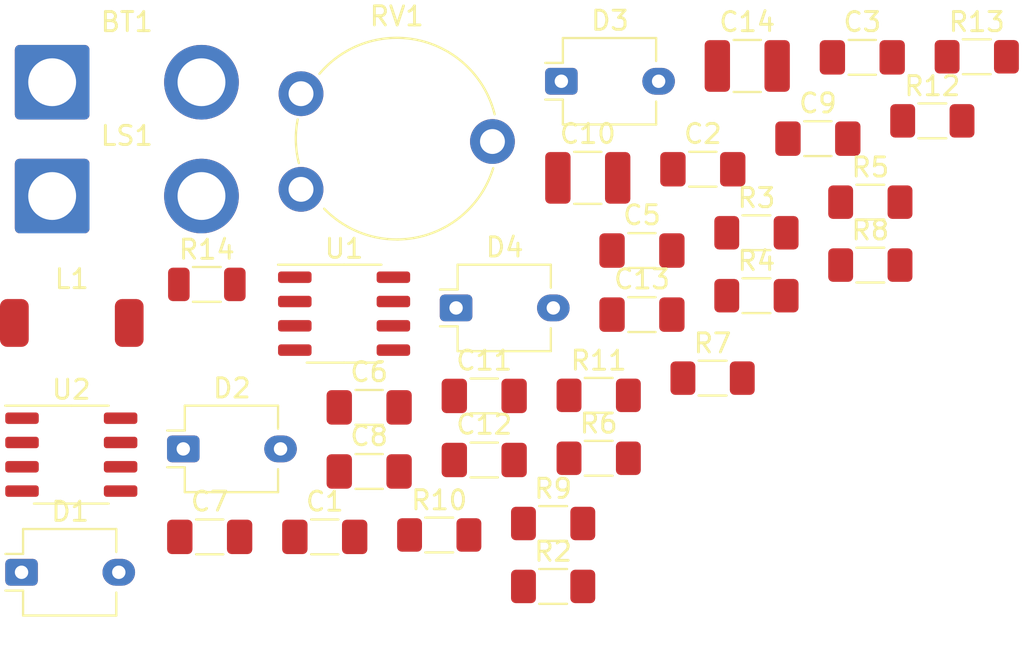
<source format=kicad_pcb>
(kicad_pcb (version 20211014) (generator pcbnew)
  (layers (0 "F.Cu" signal) (31 "B.Cu" signal) (34 "B.Paste" user) (35 "F.Paste" user) (36 "B.SilkS" user "B.Silkscreen") (37 "F.SilkS" user "F.Silkscreen") (38 "B.Mask" user) (39 "F.Mask" user) (44 "Edge.Cuts" user))
  (net 0 "")
  (net 1 "VCC")
  (net 2 "GND")
  (net 3 "Net-(C1-Pad1)")
  (net 4 "Net-(C2-Pad1)")
  (net 5 "Net-(C2-Pad2)")
  (net 6 "Net-(C3-Pad2)")
  (net 7 "Net-(C6-Pad2)")
  (net 8 "Net-(C7-Pad1)")
  (net 9 "Net-(C8-Pad1)")
  (net 10 "Net-(C8-Pad2)")
  (net 11 "Net-(C9-Pad1)")
  (net 12 "Net-(C11-Pad1)")
  (net 13 "Net-(C11-Pad2)")
  (net 14 "Net-(C12-Pad1)")
  (net 15 "Net-(C12-Pad2)")
  (net 16 "Net-(R10-Pad2)")
  (net 17 "Net-(R11-Pad1)")
  (net 18 "Net-(R12-Pad1)")
  (net 19 "Net-(R12-Pad2)")
  (net 20 "Net-(R13-Pad2)")
  (net 21 "Net-(R14-Pad1)")
  (footprint "Resistor_SMD:R_1206_3216Metric_Pad1.30x1.75mm_HandSolder" (layer "F.Cu") (at 219.59 47.26)
    (fp_text reference "R7" (at 0 -1.82) (layer "F.SilkS"))
    (fp_text value "10k")
    (fp_line (start -0.727064 -0.91) (end 0.727064 -0.91) (layer "F.SilkS") (width 0.12))
    (fp_line (start -0.727064 0.91) (end 0.727064 0.91) (layer "F.SilkS") (width 0.12))
    (pad "1" smd roundrect (at -1.55 0) (size 1.3 1.75) (layers "F.Cu" "F.Paste" "F.Mask") (roundrect_rratio 0.192308) (net 8 "Net-(C7-Pad1)"))
    (pad "2" smd roundrect (at 1.55 0) (size 1.3 1.75) (layers "F.Cu" "F.Paste" "F.Mask") (roundrect_rratio 0.192308) (net 2 "GND"))
  )
  (footprint "Capacitor_SMD:C_1206_3216Metric_Pad1.33x1.80mm_HandSolder" (layer "F.Cu") (at 199.33 55.56)
    (fp_text reference "C1" (at 0 -1.85) (layer "F.SilkS"))
    (fp_text value "100n")
    (fp_line (start -0.711252 0.91) (end 0.711252 0.91) (layer "F.SilkS") (width 0.12))
    (fp_line (start -0.711252 -0.91) (end 0.711252 -0.91) (layer "F.SilkS") (width 0.12))
    (pad "1" smd roundrect (at -1.5625 0) (size 1.325 1.8) (layers "F.Cu" "F.Paste" "F.Mask") (roundrect_rratio 0.188679) (net 3 "Net-(C1-Pad1)"))
    (pad "2" smd roundrect (at 1.5625 0) (size 1.325 1.8) (layers "F.Cu" "F.Paste" "F.Mask") (roundrect_rratio 0.188679) (net 2 "GND"))
  )
  (footprint "Resistor_SMD:R_1206_3216Metric_Pad1.30x1.75mm_HandSolder" (layer "F.Cu") (at 211.26 58.15)
    (fp_text reference "R2" (at 0 -1.82) (layer "F.SilkS"))
    (fp_text value "15k")
    (fp_line (start -0.727064 -0.91) (end 0.727064 -0.91) (layer "F.SilkS") (width 0.12))
    (fp_line (start -0.727064 0.91) (end 0.727064 0.91) (layer "F.SilkS") (width 0.12))
    (pad "1" smd roundrect (at -1.55 0) (size 1.3 1.75) (layers "F.Cu" "F.Paste" "F.Mask") (roundrect_rratio 0.192308) (net 3 "Net-(C1-Pad1)"))
    (pad "2" smd roundrect (at 1.55 0) (size 1.3 1.75) (layers "F.Cu" "F.Paste" "F.Mask") (roundrect_rratio 0.192308) (net 2 "GND"))
  )
  (footprint "Capacitor_SMD:C_1206_3216Metric_Pad1.33x1.80mm_HandSolder" (layer "F.Cu") (at 227.41 30.49)
    (fp_text reference "C3" (at 0 -1.85) (layer "F.SilkS"))
    (fp_text value "10p")
    (fp_line (start -0.711252 -0.91) (end 0.711252 -0.91) (layer "F.SilkS") (width 0.12))
    (fp_line (start -0.711252 0.91) (end 0.711252 0.91) (layer "F.SilkS") (width 0.12))
    (pad "1" smd roundrect (at -1.5625 0) (size 1.325 1.8) (layers "F.Cu" "F.Paste" "F.Mask") (roundrect_rratio 0.188679) (net 5 "Net-(C2-Pad2)"))
    (pad "2" smd roundrect (at 1.5625 0) (size 1.325 1.8) (layers "F.Cu" "F.Paste" "F.Mask") (roundrect_rratio 0.188679) (net 6 "Net-(C3-Pad2)"))
  )
  (footprint "Resistor_SMD:R_1206_3216Metric_Pad1.30x1.75mm_HandSolder" (layer "F.Cu") (at 231.07 33.81)
    (fp_text reference "R12" (at 0 -1.82) (layer "F.SilkS"))
    (fp_text value "1k")
    (fp_line (start -0.727064 -0.91) (end 0.727064 -0.91) (layer "F.SilkS") (width 0.12))
    (fp_line (start -0.727064 0.91) (end 0.727064 0.91) (layer "F.SilkS") (width 0.12))
    (pad "1" smd roundrect (at -1.55 0) (size 1.3 1.75) (layers "F.Cu" "F.Paste" "F.Mask") (roundrect_rratio 0.192308) (net 18 "Net-(R12-Pad1)"))
    (pad "2" smd roundrect (at 1.55 0) (size 1.3 1.75) (layers "F.Cu" "F.Paste" "F.Mask") (roundrect_rratio 0.192308) (net 19 "Net-(R12-Pad2)"))
  )
  (footprint "Capacitor_SMD:C_1206_3216Metric_Pad1.33x1.80mm_HandSolder" (layer "F.Cu") (at 207.66 48.19)
    (fp_text reference "C11" (at 0 -1.85) (layer "F.SilkS"))
    (fp_text value "100n")
    (fp_line (start -0.711252 -0.91) (end 0.711252 -0.91) (layer "F.SilkS") (width 0.12))
    (fp_line (start -0.711252 0.91) (end 0.711252 0.91) (layer "F.SilkS") (width 0.12))
    (pad "1" smd roundrect (at -1.5625 0) (size 1.325 1.8) (layers "F.Cu" "F.Paste" "F.Mask") (roundrect_rratio 0.188679) (net 12 "Net-(C11-Pad1)"))
    (pad "2" smd roundrect (at 1.5625 0) (size 1.325 1.8) (layers "F.Cu" "F.Paste" "F.Mask") (roundrect_rratio 0.188679) (net 13 "Net-(C11-Pad2)"))
  )
  (footprint "OptoDevice:Osram_DIL2_4.3x4.65mm_P5.08mm" (layer "F.Cu") (at 183.49 57.41)
    (fp_text reference "D1" (at 2.54 -3.17) (layer "F.SilkS"))
    (fp_text value "BPW34")
    (fp_line (start 4.95 2.26) (end 0.08 2.26) (layer "F.SilkS") (width 0.12))
    (fp_line (start 0.08 0.96) (end 0.08 2.26) (layer "F.SilkS") (width 0.12))
    (fp_line (start 4.95 -2.26) (end 4.95 -1.06) (layer "F.SilkS") (width 0.12))
    (fp_line (start 4.95 1.06) (end 4.95 2.26) (layer "F.SilkS") (width 0.12))
    (fp_line (start 0.08 -0.96) (end -0.84 -0.96) (layer "F.SilkS") (width 0.12))
    (fp_line (start 0.08 -2.26) (end 0.08 -0.96) (layer "F.SilkS") (width 0.12))
    (fp_line (start 0.08 0.96) (end -0.84 0.96) (layer "F.SilkS") (width 0.12))
    (fp_line (start 0.08 -2.26) (end 4.95 -2.26) (layer "F.SilkS") (width 0.12))
    (pad "1" thru_hole roundrect (at 0 0) (size 1.7 1.4) (drill 0.7) (layers *.Cu *.Mask) (roundrect_rratio 0.178) (net 4 "Net-(C2-Pad1)"))
    (pad "2" thru_hole oval (at 5.08 0) (size 1.7 1.4) (drill 0.7) (layers *.Cu *.Mask) (net 2 "GND"))
  )
  (footprint "Resistor_SMD:R_1206_3216Metric_Pad1.30x1.75mm_HandSolder" (layer "F.Cu") (at 227.83 38.06)
    (fp_text reference "R5" (at 0 -1.82) (layer "F.SilkS"))
    (fp_text value "1k")
    (fp_line (start -0.727064 0.91) (end 0.727064 0.91) (layer "F.SilkS") (width 0.12))
    (fp_line (start -0.727064 -0.91) (end 0.727064 -0.91) (layer "F.SilkS") (width 0.12))
    (pad "1" smd roundrect (at -1.55 0) (size 1.3 1.75) (layers "F.Cu" "F.Paste" "F.Mask") (roundrect_rratio 0.192308) (net 7 "Net-(C6-Pad2)"))
    (pad "2" smd roundrect (at 1.55 0) (size 1.3 1.75) (layers "F.Cu" "F.Paste" "F.Mask") (roundrect_rratio 0.192308) (net 9 "Net-(C8-Pad1)"))
  )
  (footprint "Capacitor_SMD:C_1206_3216Metric_Pad1.33x1.80mm_HandSolder" (layer "F.Cu") (at 219.08 36.34)
    (fp_text reference "C2" (at 0 -1.85) (layer "F.SilkS"))
    (fp_text value "10p")
    (fp_line (start -0.711252 0.91) (end 0.711252 0.91) (layer "F.SilkS") (width 0.12))
    (fp_line (start -0.711252 -0.91) (end 0.711252 -0.91) (layer "F.SilkS") (width 0.12))
    (pad "1" smd roundrect (at -1.5625 0) (size 1.325 1.8) (layers "F.Cu" "F.Paste" "F.Mask") (roundrect_rratio 0.188679) (net 4 "Net-(C2-Pad1)"))
    (pad "2" smd roundrect (at 1.5625 0) (size 1.325 1.8) (layers "F.Cu" "F.Paste" "F.Mask") (roundrect_rratio 0.188679) (net 5 "Net-(C2-Pad2)"))
  )
  (footprint "Resistor_SMD:R_1206_3216Metric_Pad1.30x1.75mm_HandSolder" (layer "F.Cu") (at 213.64 51.45)
    (fp_text reference "R6" (at 0 -1.82) (layer "F.SilkS"))
    (fp_text value "10k")
    (fp_line (start -0.727064 0.91) (end 0.727064 0.91) (layer "F.SilkS") (width 0.12))
    (fp_line (start -0.727064 -0.91) (end 0.727064 -0.91) (layer "F.SilkS") (width 0.12))
    (pad "1" smd roundrect (at -1.55 0) (size 1.3 1.75) (layers "F.Cu" "F.Paste" "F.Mask") (roundrect_rratio 0.192308) (net 11 "Net-(C9-Pad1)"))
    (pad "2" smd roundrect (at 1.55 0) (size 1.3 1.75) (layers "F.Cu" "F.Paste" "F.Mask") (roundrect_rratio 0.192308) (net 8 "Net-(C7-Pad1)"))
  )
  (footprint "Capacitor_SMD:C_1210_3225Metric_Pad1.33x2.70mm_HandSolder" (layer "F.Cu") (at 213.07 36.79)
    (fp_text reference "C10" (at 0 -2.3) (layer "F.SilkS"))
    (fp_text value "47u")
    (fp_line (start -0.711252 1.36) (end 0.711252 1.36) (layer "F.SilkS") (width 0.12))
    (fp_line (start -0.711252 -1.36) (end 0.711252 -1.36) (layer "F.SilkS") (width 0.12))
    (pad "1" smd roundrect (at -1.5625 0) (size 1.325 2.7) (layers "F.Cu" "F.Paste" "F.Mask") (roundrect_rratio 0.188679) (net 11 "Net-(C9-Pad1)"))
    (pad "2" smd roundrect (at 1.5625 0) (size 1.325 2.7) (layers "F.Cu" "F.Paste" "F.Mask") (roundrect_rratio 0.188679) (net 2 "GND"))
  )
  (footprint "OptoDevice:Osram_DIL2_4.3x4.65mm_P5.08mm" (layer "F.Cu") (at 206.19 43.59)
    (fp_text reference "D4" (at 2.54 -3.17) (layer "F.SilkS"))
    (fp_text value "BPW34")
    (fp_line (start 0.08 -2.26) (end 0.08 -0.96) (layer "F.SilkS") (width 0.12))
    (fp_line (start 4.95 2.26) (end 0.08 2.26) (layer "F.SilkS") (width 0.12))
    (fp_line (start 0.08 -2.26) (end 4.95 -2.26) (layer "F.SilkS") (width 0.12))
    (fp_line (start 0.08 -0.96) (end -0.84 -0.96) (layer "F.SilkS") (width 0.12))
    (fp_line (start 4.95 1.06) (end 4.95 2.26) (layer "F.SilkS") (width 0.12))
    (fp_line (start 4.95 -2.26) (end 4.95 -1.06) (layer "F.SilkS") (width 0.12))
    (fp_line (start 0.08 0.96) (end 0.08 2.26) (layer "F.SilkS") (width 0.12))
    (fp_line (start 0.08 0.96) (end -0.84 0.96) (layer "F.SilkS") (width 0.12))
    (pad "1" thru_hole roundrect (at 0 0) (size 1.7 1.4) (drill 0.7) (layers *.Cu *.Mask) (roundrect_rratio 0.178) (net 4 "Net-(C2-Pad1)"))
    (pad "2" thru_hole oval (at 5.08 0) (size 1.7 1.4) (drill 0.7) (layers *.Cu *.Mask) (net 2 "GND"))
  )
  (footprint "Connector_Wire:SolderWire-2sqmm_1x02_P7.8mm_D2mm_OD3.9mm" (layer "F.Cu") (at 185.09 37.74)
    (fp_text reference "LS1" (at 3.9 -3.15) (layer "F.SilkS"))
    (fp_text value "Speaker")
    (pad "1" thru_hole roundrect (at 0 0) (size 3.9 3.9) (drill 2.5) (layers *.Cu *.Mask) (roundrect_rratio 0.064103) (net 15 "Net-(C12-Pad2)"))
    (pad "2" thru_hole circle (at 7.8 0) (size 3.9 3.9) (drill 2.5) (layers *.Cu *.Mask) (net 2 "GND"))
  )
  (footprint "Capacitor_SMD:C_1206_3216Metric_Pad1.33x1.80mm_HandSolder" (layer "F.Cu") (at 201.65 48.79)
    (fp_text reference "C6" (at 0 -1.85) (layer "F.SilkS"))
    (fp_text value "100n")
    (fp_line (start -0.711252 0.91) (end 0.711252 0.91) (layer "F.SilkS") (width 0.12))
    (fp_line (start -0.711252 -0.91) (end 0.711252 -0.91) (layer "F.SilkS") (width 0.12))
    (pad "1" smd roundrect (at -1.5625 0) (size 1.325 1.8) (layers "F.Cu" "F.Paste" "F.Mask") (roundrect_rratio 0.188679) (net 6 "Net-(C3-Pad2)"))
    (pad "2" smd roundrect (at 1.5625 0) (size 1.325 1.8) (layers "F.Cu" "F.Paste" "F.Mask") (roundrect_rratio 0.188679) (net 7 "Net-(C6-Pad2)"))
  )
  (footprint "OptoDevice:Osram_DIL2_4.3x4.65mm_P5.08mm" (layer "F.Cu") (at 211.69 31.74)
    (fp_text reference "D3" (at 2.54 -3.17) (layer "F.SilkS"))
    (fp_text value "BPW34")
    (fp_line (start 0.08 0.96) (end -0.84 0.96) (layer "F.SilkS") (width 0.12))
    (fp_line (start 0.08 0.96) (end 0.08 2.26) (layer "F.SilkS") (width 0.12))
    (fp_line (start 4.95 -2.26) (end 4.95 -1.06) (layer "F.SilkS") (width 0.12))
    (fp_line (start 0.08 -2.26) (end 4.95 -2.26) (layer "F.SilkS") (width 0.12))
    (fp_line (start 4.95 2.26) (end 0.08 2.26) (layer "F.SilkS") (width 0.12))
    (fp_line (start 4.95 1.06) (end 4.95 2.26) (layer "F.SilkS") (width 0.12))
    (fp_line (start 0.08 -0.96) (end -0.84 -0.96) (layer "F.SilkS") (width 0.12))
    (fp_line (start 0.08 -2.26) (end 0.08 -0.96) (layer "F.SilkS") (width 0.12))
    (pad "1" thru_hole roundrect (at 0 0) (size 1.7 1.4) (drill 0.7) (layers *.Cu *.Mask) (roundrect_rratio 0.178) (net 4 "Net-(C2-Pad1)"))
    (pad "2" thru_hole oval (at 5.08 0) (size 1.7 1.4) (drill 0.7) (layers *.Cu *.Mask) (net 2 "GND"))
  )
  (footprint "Connector_Wire:SolderWire-2sqmm_1x02_P7.8mm_D2mm_OD3.9mm" (layer "F.Cu") (at 185.09 31.79)
    (fp_text reference "BT1" (at 3.9 -3.15) (layer "F.SilkS"))
    (fp_text value "Battery")
    (pad "1" thru_hole roundrect (at 0 0) (size 3.9 3.9) (drill 2.5) (layers *.Cu *.Mask) (roundrect_rratio 0.064103) (net 1 "VCC"))
    (pad "2" thru_hole circle (at 7.8 0) (size 3.9 3.9) (drill 2.5) (layers *.Cu *.Mask) (net 2 "GND"))
  )
  (footprint "Package_SO:SO-8_3.9x4.9mm_P1.27mm" (layer "F.Cu") (at 200.34 43.89)
    (fp_text reference "U1" (at 0 -3.4) (layer "F.SilkS"))
    (fp_text value "TL072")
    (fp_line (start 0 2.56) (end 1.95 2.56) (layer "F.SilkS") (width 0.12))
    (fp_line (start 0 2.56) (end -1.95 2.56) (layer "F.SilkS") (width 0.12))
    (fp_line (start 0 -2.56) (end -3.45 -2.56) (layer "F.SilkS") (width 0.12))
    (fp_line (start 0 -2.56) (end 1.95 -2.56) (layer "F.SilkS") (width 0.12))
    (pad "1" smd roundrect (at -2.575 -1.905) (size 1.75 0.6) (layers "F.Cu" "F.Paste" "F.Mask") (net 6 "Net-(C3-Pad2)"))
    (pad "2" smd roundrect (at -2.575 -0.635) (size 1.75 0.6) (layers "F.Cu" "F.Paste" "F.Mask") (net 4 "Net-(C2-Pad1)"))
    (pad "3" smd roundrect (at -2.575 0.635) (size 1.75 0.6) (layers "F.Cu" "F.Paste" "F.Mask") (net 3 "Net-(C1-Pad1)"))
    (pad "4" smd roundrect (at -2.575 1.905) (size 1.75 0.6) (layers "F.Cu" "F.Paste" "F.Mask") (net 2 "GND"))
    (pad "5" smd roundrect (at 2.575 1.905) (size 1.75 0.6) (layers "F.Cu" "F.Paste" "F.Mask") (net 8 "Net-(C7-Pad1)"))
    (pad "6" smd roundrect (at 2.575 0.635) (size 1.75 0.6) (layers "F.Cu" "F.Paste" "F.Mask") (net 9 "Net-(C8-Pad1)"))
    (pad "7" smd roundrect (at 2.575 -0.635) (size 1.75 0.6) (layers "F.Cu" "F.Paste" "F.Mask") (net 10 "Net-(C8-Pad2)"))
    (pad "8" smd roundrect (at 2.575 -1.905) (size 1.75 0.6) (layers "F.Cu" "F.Paste" "F.Mask") (net 11 "Net-(C9-Pad1)"))
  )
  (footprint "Resistor_SMD:R_1206_3216Metric_Pad1.30x1.75mm_HandSolder" (layer "F.Cu") (at 227.83 41.35)
    (fp_text reference "R8" (at 0 -1.82) (layer "F.SilkS"))
    (fp_text value "100k")
    (fp_line (start -0.727064 0.91) (end 0.727064 0.91) (layer "F.SilkS") (width 0.12))
    (fp_line (start -0.727064 -0.91) (end 0.727064 -0.91) (layer "F.SilkS") (width 0.12))
    (pad "1" smd roundrect (at -1.55 0) (size 1.3 1.75) (layers "F.Cu" "F.Paste" "F.Mask") (roundrect_rratio 0.192308) (net 9 "Net-(C8-Pad1)"))
    (pad "2" smd roundrect (at 1.55 0) (size 1.3 1.75) (layers "F.Cu" "F.Paste" "F.Mask") (roundrect_rratio 0.192308) (net 10 "Net-(C8-Pad2)"))
  )
  (footprint "Resistor_SMD:R_1206_3216Metric_Pad1.30x1.75mm_HandSolder" (layer "F.Cu") (at 221.88 42.95)
    (fp_text reference "R4" (at 0 -1.82) (layer "F.SilkS"))
    (fp_text value "10M")
    (fp_line (start -0.727064 0.91) (end 0.727064 0.91) (layer "F.SilkS") (width 0.12))
    (fp_line (start -0.727064 -0.91) (end 0.727064 -0.91) (layer "F.SilkS") (width 0.12))
    (pad "1" smd roundrect (at -1.55 0) (size 1.3 1.75) (layers "F.Cu" "F.Paste" "F.Mask") (roundrect_rratio 0.192308) (net 4 "Net-(C2-Pad1)"))
    (pad "2" smd roundrect (at 1.55 0) (size 1.3 1.75) (layers "F.Cu" "F.Paste" "F.Mask") (roundrect_rratio 0.192308) (net 6 "Net-(C3-Pad2)"))
  )
  (footprint "Capacitor_SMD:C_1206_3216Metric_Pad1.33x1.80mm_HandSolder" (layer "F.Cu") (at 207.66 51.54)
    (fp_text reference "C12" (at 0 -1.85) (layer "F.SilkS"))
    (fp_text value "100n")
    (fp_line (start -0.711252 -0.91) (end 0.711252 -0.91) (layer "F.SilkS") (width 0.12))
    (fp_line (start -0.711252 0.91) (end 0.711252 0.91) (layer "F.SilkS") (width 0.12))
    (pad "1" smd roundrect (at -1.5625 0) (size 1.325 1.8) (layers "F.Cu" "F.Paste" "F.Mask") (roundrect_rratio 0.188679) (net 14 "Net-(C12-Pad1)"))
    (pad "2" smd roundrect (at 1.5625 0) (size 1.325 1.8) (layers "F.Cu" "F.Paste" "F.Mask") (roundrect_rratio 0.188679) (net 15 "Net-(C12-Pad2)"))
  )
  (footprint "Resistor_SMD:R_1206_3216Metric_Pad1.30x1.75mm_HandSolder" (layer "F.Cu") (at 233.39 30.46)
    (fp_text reference "R13" (at 0 -1.82) (layer "F.SilkS"))
    (fp_text value "1k")
    (fp_line (start -0.727064 0.91) (end 0.727064 0.91) (layer "F.SilkS") (width 0.12))
    (fp_line (start -0.727064 -0.91) (end 0.727064 -0.91) (layer "F.SilkS") (width 0.12))
    (pad "1" smd roundrect (at -1.55 0) (size 1.3 1.75) (layers "F.Cu" "F.Paste" "F.Mask") (roundrect_rratio 0.192308) (net 13 "Net-(C11-Pad2)"))
    (pad "2" smd roundrect (at 1.55 0) (size 1.3 1.75) (layers "F.Cu" "F.Paste" "F.Mask") (roundrect_rratio 0.192308) (net 20 "Net-(R13-Pad2)"))
  )
  (footprint "Capacitor_SMD:C_1206_3216Metric_Pad1.33x1.80mm_HandSolder" (layer "F.Cu") (at 215.9 43.94)
    (fp_text reference "C13" (at 0 -1.85) (layer "F.SilkS"))
    (fp_text value "100n")
    (fp_line (start -0.711252 0.91) (end 0.711252 0.91) (layer "F.SilkS") (width 0.12))
    (fp_line (start -0.711252 -0.91) (end 0.711252 -0.91) (layer "F.SilkS") (width 0.12))
    (pad "1" smd roundrect (at -1.5625 0) (size 1.325 1.8) (layers "F.Cu" "F.Paste" "F.Mask") (roundrect_rratio 0.188679) (net 1 "VCC"))
    (pad "2" smd roundrect (at 1.5625 0) (size 1.325 1.8) (layers "F.Cu" "F.Paste" "F.Mask") (roundrect_rratio 0.188679) (net 2 "GND"))
  )
  (footprint "Potentiometer_THT:Potentiometer_Piher_PT-10-V10_Vertical" (layer "F.Cu") (at 198.09 37.39)
    (fp_text reference "RV1" (at 5 -9.05) (layer "F.SilkS"))
    (fp_text value "5k")
    (fp_arc (start 5.09203 2.619358) (mid 2.983245 2.219015) (end 1.209 1.011) (layer "F.SilkS") (width 0.12))
    (fp_arc (start -0.11439 -1.375119) (mid -0.269093 -2.512295) (end -0.174 -3.656) (layer "F.SilkS") (width 0.12))
    (fp_arc (start 10.039726 -1.109201) (mid 8.134716 1.586326) (end 5 2.62) (layer "F.SilkS") (width 0.12))
    (fp_arc (start 0.963379 -6.038474) (mid 6.186565 -7.784991) (end 10.114 -3.924) (layer "F.SilkS") (width 0.12))
    (pad "1" thru_hole circle (at 0 0) (size 2.34 2.34) (drill 1.3) (layers *.Cu *.Mask) (net 16 "Net-(R10-Pad2)"))
    (pad "2" thru_hole circle (at 10 -2.5) (size 2.34 2.34) (drill 1.3) (layers *.Cu *.Mask) (net 18 "Net-(R12-Pad1)"))
    (pad "3" thru_hole circle (at 0 -5) (size 2.34 2.34) (drill 1.3) (layers *.Cu *.Mask) (net 17 "Net-(R11-Pad1)"))
  )
  (footprint "Resistor_SMD:R_1206_3216Metric_Pad1.30x1.75mm_HandSolder" (layer "F.Cu") (at 221.88 39.66)
    (fp_text reference "R3" (at 0 -1.82) (layer "F.SilkS"))
    (fp_text value "4.7k")
    (fp_line (start -0.727064 0.91) (end 0.727064 0.91) (layer "F.SilkS") (width 0.12))
    (fp_line (start -0.727064 -0.91) (end 0.727064 -0.91) (layer "F.SilkS") (width 0.12))
    (pad "1" smd roundrect (at -1.55 0) (size 1.3 1.75) (layers "F.Cu" "F.Paste" "F.Mask") (roundrect_rratio 0.192308) (net 11 "Net-(C9-Pad1)"))
    (pad "2" smd roundrect (at 1.55 0) (size 1.3 1.75) (layers "F.Cu" "F.Paste" "F.Mask") (roundrect_rratio 0.192308) (net 3 "Net-(C1-Pad1)"))
  )
  (footprint "Capacitor_SMD:C_1206_3216Metric_Pad1.33x1.80mm_HandSolder" (layer "F.Cu") (at 193.32 55.56)
    (fp_text reference "C7" (at 0 -1.85) (layer "F.SilkS"))
    (fp_text value "100n")
    (fp_line (start -0.711252 -0.91) (end 0.711252 -0.91) (layer "F.SilkS") (width 0.12))
    (fp_line (start -0.711252 0.91) (end 0.711252 0.91) (layer "F.SilkS") (width 0.12))
    (pad "1" smd roundrect (at -1.5625 0) (size 1.325 1.8) (layers "F.Cu" "F.Paste" "F.Mask") (roundrect_rratio 0.188679) (net 8 "Net-(C7-Pad1)"))
    (pad "2" smd roundrect (at 1.5625 0) (size 1.325 1.8) (layers "F.Cu" "F.Paste" "F.Mask") (roundrect_rratio 0.188679) (net 2 "GND"))
  )
  (footprint "Capacitor_SMD:C_1206_3216Metric_Pad1.33x1.80mm_HandSolder" (layer "F.Cu") (at 225.09 34.74)
    (fp_text reference "C9" (at 0 -1.85) (layer "F.SilkS"))
    (fp_text value "100n")
    (fp_line (start -0.711252 -0.91) (end 0.711252 -0.91) (layer "F.SilkS") (width 0.12))
    (fp_line (start -0.711252 0.91) (end 0.711252 0.91) (layer "F.SilkS") (width 0.12))
    (pad "1" smd roundrect (at -1.5625 0) (size 1.325 1.8) (layers "F.Cu" "F.Paste" "F.Mask") (roundrect_rratio 0.188679) (net 11 "Net-(C9-Pad1)"))
    (pad "2" smd roundrect (at 1.5625 0) (size 1.325 1.8) (layers "F.Cu" "F.Paste" "F.Mask") (roundrect_rratio 0.188679) (net 2 "GND"))
  )
  (footprint "Inductor_SMD:L_Bourns_SRR0604_homemade" (layer "F.Cu") (at 186.115 44.375)
    (fp_text reference "L1" (at 0 -2.3 unlocked) (layer "F.SilkS"))
    (fp_text value "L")
    (pad "1" smd roundrect (at -3 0) (size 1.5 2.5) (layers "F.Cu" "F.Paste" "F.Mask") (net 11 "Net-(C9-Pad1)"))
    (pad "2" smd roundrect (at 3 0) (size 1.5 2.5) (layers "F.Cu" "F.Paste" "F.Mask") (net 1 "VCC"))
  )
  (footprint "Capacitor_SMD:C_1206_3216Metric_Pad1.33x1.80mm_HandSolder" (layer "F.Cu") (at 201.65 52.14)
    (fp_text reference "C8" (at 0 -1.85) (layer "F.SilkS"))
    (fp_text value "10p")
    (fp_line (start -0.711252 0.91) (end 0.711252 0.91) (layer "F.SilkS") (width 0.12))
    (fp_line (start -0.711252 -0.91) (end 0.711252 -0.91) (layer "F.SilkS") (width 0.12))
    (pad "1" smd roundrect (at -1.5625 0) (size 1.325 1.8) (layers "F.Cu" "F.Paste" "F.Mask") (roundrect_rratio 0.188679) (net 9 "Net-(C8-Pad1)"))
    (pad "2" smd roundrect (at 1.5625 0) (size 1.325 1.8) (layers "F.Cu" "F.Paste" "F.Mask") (roundrect_rratio 0.188679) (net 10 "Net-(C8-Pad2)"))
  )
  (footprint "Package_SO:SO-8_3.9x4.9mm_P1.27mm" (layer "F.Cu") (at 186.09 51.26)
    (fp_text reference "U2" (at 0 -3.4) (layer "F.SilkS"))
    (fp_text value "LM358")
    (fp_line (start 0 -2.56) (end 1.95 -2.56) (layer "F.SilkS") (width 0.12))
    (fp_line (start 0 -2.56) (end -3.45 -2.56) (layer "F.SilkS") (width 0.12))
    (fp_line (start 0 2.56) (end -1.95 2.56) (layer "F.SilkS") (width 0.12))
    (fp_line (start 0 2.56) (end 1.95 2.56) (layer "F.SilkS") (width 0.12))
    (pad "1" smd roundrect (at -2.575 -1.905) (size 1.75 0.6) (layers "F.Cu" "F.Paste" "F.Mask") (net 13 "Net-(C11-Pad2)"))
    (pad "2" smd roundrect (at -2.575 -0.635) (size 1.75 0.6) (layers "F.Cu" "F.Paste" "F.Mask") (net 12 "Net-(C11-Pad1)"))
    (pad "3" smd roundrect (at -2.575 0.635) (size 1.75 0.6) (layers "F.Cu" "F.Paste" "F.Mask") (net 19 "Net-(R12-Pad2)"))
    (pad "4" smd roundrect (at -2.575 1.905) (size 1.75 0.6) (layers "F.Cu" "F.Paste" "F.Mask") (net 2 "GND"))
    (pad "5" smd roundrect (at 2.575 1.905) (size 1.75 0.6) (layers "F.Cu" "F.Paste" "F.Mask") (net 20 "Net-(R13-Pad2)"))
    (pad "6" smd roundrect (at 2.575 0.635) (size 1.75 0.6) (layers "F.Cu" "F.Paste" "F.Mask") (net 21 "Net-(R14-Pad1)"))
    (pad "7" smd roundrect (at 2.575 -0.635) (size 1.75 0.6) (layers "F.Cu" "F.Paste" "F.Mask") (net 21 "Net-(R14-Pad1)"))
    (pad "8" smd roundrect (at 2.575 -1.905) (size 1.75 0.6) (layers "F.Cu" "F.Paste" "F.Mask") (net 1 "VCC"))
  )
  (footprint "Capacitor_SMD:C_1210_3225Metric_Pad1.33x2.70mm_HandSolder" (layer "F.Cu") (at 221.4 30.94)
    (fp_text reference "C14" (at 0 -2.3) (layer "F.SilkS"))
    (fp_text value "47u")
    (fp_line (start -0.711252 1.36) (end 0.711252 1.36) (layer "F.SilkS") (width 0.12))
    (fp_line (start -0.711252 -1.36) (end 0.711252 -1.36) (layer "F.SilkS") (width 0.12))
    (pad "1" smd roundrect (at -1.5625 0) (size 1.325 2.7) (layers "F.Cu" "F.Paste" "F.Mask") (roundrect_rratio 0.188679) (net 1 "VCC"))
    (pad "2" smd roundrect (at 1.5625 0) (size 1.325 2.7) (layers "F.Cu" "F.Paste" "F.Mask") (roundrect_rratio 0.188679) (net 2 "GND"))
  )
  (footprint "Resistor_SMD:R_1206_3216Metric_Pad1.30x1.75mm_HandSolder" (layer "F.Cu") (at 205.31 55.46)
    (fp_text reference "R10" (at 0 -1.82) (layer "F.SilkS"))
    (fp_text value "5k1")
    (fp_line (start -0.727064 -0.91) (end 0.727064 -0.91) (layer "F.SilkS") (width 0.12))
    (fp_line (start -0.727064 0.91) (end 0.727064 0.91) (layer "F.SilkS") (width 0.12))
    (pad "1" smd roundrect (at -1.55 0) (size 1.3 1.75) (layers "F.Cu" "F.Paste" "F.Mask") (roundrect_rratio 0.192308) (net 1 "VCC"))
    (pad "2" smd roundrect (at 1.55 0) (size 1.3 1.75) (layers "F.Cu" "F.Paste" "F.Mask") (roundrect_rratio 0.192308) (net 16 "Net-(R10-Pad2)"))
  )
  (footprint "OptoDevice:Osram_DIL2_4.3x4.65mm_P5.08mm" (layer "F.Cu") (at 191.94 50.96)
    (fp_text reference "D2" (at 2.54 -3.17) (layer "F.SilkS"))
    (fp_text value "BPW34")
    (fp_line (start 0.08 -2.26) (end 0.08 -0.96) (layer "F.SilkS") (width 0.12))
    (fp_line (start 0.08 -0.96) (end -0.84 -0.96) (layer "F.SilkS") (width 0.12))
    (fp_line (start 0.08 0.96) (end 0.08 2.26) (layer "F.SilkS") (width 0.12))
    (fp_line (start 4.95 1.06) (end 4.95 2.26) (layer "F.SilkS") (width 0.12))
    (fp_line (start 4.95 -2.26) (end 4.95 -1.06) (layer "F.SilkS") (width 0.12))
    (fp_line (start 4.95 2.26) (end 0.08 2.26) (layer "F.SilkS") (width 0.12))
    (fp_line (start 0.08 0.96) (end -0.84 0.96) (layer "F.SilkS") (width 0.12))
    (fp_line (start 0.08 -2.26) (end 4.95 -2.26) (layer "F.SilkS") (width 0.12))
    (pad "1" thru_hole roundrect (at 0 0) (size 1.7 1.4) (drill 0.7) (layers *.Cu *.Mask) (roundrect_rratio 0.178) (net 4 "Net-(C2-Pad1)"))
    (pad "2" thru_hole oval (at 5.08 0) (size 1.7 1.4) (drill 0.7) (layers *.Cu *.Mask) (net 2 "GND"))
  )
  (footprint "Resistor_SMD:R_1206_3216Metric_Pad1.30x1.75mm_HandSolder" (layer "F.Cu") (at 211.26 54.86)
    (fp_text reference "R9" (at 0 -1.82) (layer "F.SilkS"))
    (fp_text value "1k")
    (fp_line (start -0.727064 0.91) (end 0.727064 0.91) (layer "F.SilkS") (width 0.12))
    (fp_line (start -0.727064 -0.91) (end 0.727064 -0.91) (layer "F.SilkS") (width 0.12))
    (pad "1" smd roundrect (at -1.55 0) (size 1.3 1.75) (layers "F.Cu" "F.Paste" "F.Mask") (roundrect_rratio 0.192308) (net 10 "Net-(C8-Pad2)"))
    (pad "2" smd roundrect (at 1.55 0) (size 1.3 1.75) (layers "F.Cu" "F.Paste" "F.Mask") (roundrect_rratio 0.192308) (net 12 "Net-(C11-Pad1)"))
  )
  (footprint "Resistor_SMD:R_1206_3216Metric" (layer "F.Cu") (at 193.17 42.36)
    (fp_text reference "R14" (at 0 -1.82) (layer "F.SilkS"))
    (fp_text value "1k")
    (fp_line (start -0.727064 -0.91) (end 0.727064 -0.91) (layer "F.SilkS") (width 0.12))
    (fp_line (start -0.727064 0.91) (end 0.727064 0.91) (layer "F.SilkS") (width 0.12))
    (pad "1" smd roundrect (at -1.4625 0) (size 1.125 1.75) (layers "F.Cu" "F.Paste" "F.Mask") (roundrect_rratio 0.222222) (net 21 "Net-(R14-Pad1)"))
    (pad "2" smd roundrect (at 1.4625 0) (size 1.125 1.75) (layers "F.Cu" "F.Paste" "F.Mask") (roundrect_rratio 0.222222) (net 14 "Net-(C12-Pad1)"))
  )
  (footprint "Resistor_SMD:R_1206_3216Metric_Pad1.30x1.75mm_HandSolder" (layer "F.Cu") (at 213.64 48.16)
    (fp_text reference "R11" (at 0 -1.82) (layer "F.SilkS"))
    (fp_text value "5k1")
    (fp_line (start -0.727064 -0.91) (end 0.727064 -0.91) (layer "F.SilkS") (width 0.12))
    (fp_line (start -0.727064 0.91) (end 0.727064 0.91) (layer "F.SilkS") (width 0.12))
    (pad "1" smd roundrect (at -1.55 0) (size 1.3 1.75) (layers "F.Cu" "F.Paste" "F.Mask") (roundrect_rratio 0.192308) (net 17 "Net-(R11-Pad1)"))
    (pad "2" smd roundrect (at 1.55 0) (size 1.3 1.75) (layers "F.Cu" "F.Paste" "F.Mask") (roundrect_rratio 0.192308) (net 2 "GND"))
  )
  (footprint "Capacitor_SMD:C_1206_3216Metric_Pad1.33x1.80mm_HandSolder" (layer "F.Cu") (at 215.9 40.59)
    (fp_text reference "C5" (at 0 -1.85) (layer "F.SilkS"))
    (fp_text value "10p")
    (fp_line (start -0.711252 -0.91) (end 0.711252 -0.91) (layer "F.SilkS") (width 0.12))
    (fp_line (start -0.711252 0.91) (end 0.711252 0.91) (layer "F.SilkS") (width 0.12))
    (pad "1" smd roundrect (at -1.5625 0) (size 1.325 1.8) (layers "F.Cu" "F.Paste" "F.Mask") (roundrect_rratio 0.188679) (net 5 "Net-(C2-Pad2)"))
    (pad "2" smd roundrect (at 1.5625 0) (size 1.325 1.8) (layers "F.Cu" "F.Paste" "F.Mask") (roundrect_rratio 0.188679) (net 2 "GND"))
  )
)
</source>
